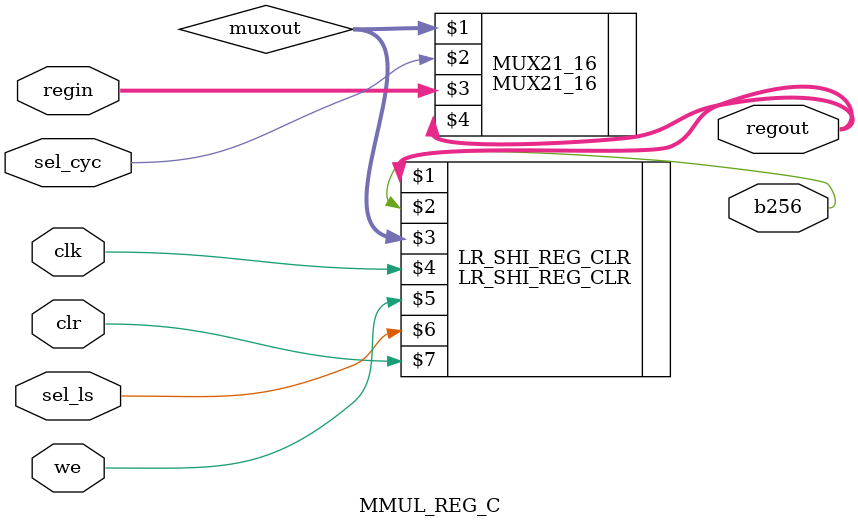
<source format=v>
module  MMUL_REG_C(regout,b256,regin,clk,we,sel_cyc,sel_ls,clr);
  output [15:0] regout;
  output b256;
  input [15:0] regin;
  input  clk,we,sel_cyc,sel_ls,clr;
  wire [15:0] muxout;        

  MUX21_16  MUX21_16(muxout,sel_cyc,regin,regout);//sel_cyc=0,select regin;sel_cyc=1,select regout.
  LR_SHI_REG_CLR  LR_SHI_REG_CLR(regout,b256,muxout,clk,we,sel_ls,clr);//sel_ls=0,select muxout;sel_ls=1,select left shift.
endmodule
</source>
